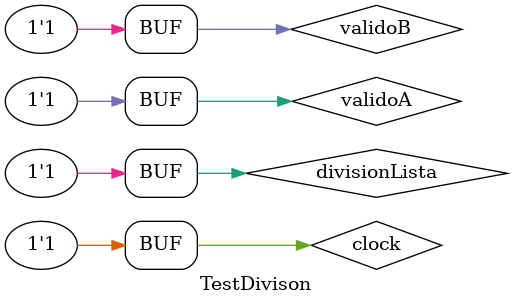
<source format=v>
`timescale 1ns / 1ps


module TestDivison;

	// Inputs
	reg clock;
	reg validoA;
	reg validoB;
	reg divisionLista;

	// Outputs
	wire [7:0] salida;
	wire ListoS;
	wire ListoA;
	wire ListoB;

	// Instantiate the Unit Under Test (UUT)
	suma uut (
		.clock(clock), 
		.validoA(validoA), 
		.validoB(validoB), 
		.divisionLista(divisionLista), 
		.salida(salida), 
		.ListoS(ListoS), 
		.ListoA(ListoA), 
		.ListoB(ListoB)
	);

	initial begin
		
		validoA = 1;
		validoB = 1;
		divisionLista = 0;
		#1000;
		#1000;
		divisionLista = 1;

	end
	
	always begin 
	clock=0;#10;
	clock=1;#10;
	end
      
endmodule


</source>
